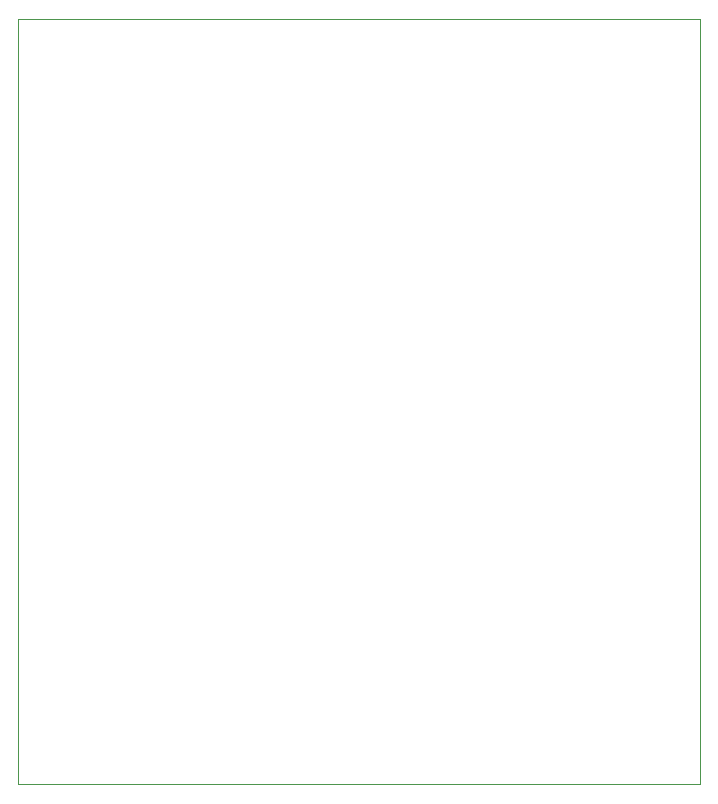
<source format=gm1>
G04 #@! TF.GenerationSoftware,KiCad,Pcbnew,9.0.0*
G04 #@! TF.CreationDate,2025-06-18T16:48:56-04:00*
G04 #@! TF.ProjectId,top_board,746f705f-626f-4617-9264-2e6b69636164,rev?*
G04 #@! TF.SameCoordinates,Original*
G04 #@! TF.FileFunction,Profile,NP*
%FSLAX46Y46*%
G04 Gerber Fmt 4.6, Leading zero omitted, Abs format (unit mm)*
G04 Created by KiCad (PCBNEW 9.0.0) date 2025-06-18 16:48:56*
%MOMM*%
%LPD*%
G01*
G04 APERTURE LIST*
G04 #@! TA.AperFunction,Profile*
%ADD10C,0.100000*%
G04 #@! TD*
G04 APERTURE END LIST*
D10*
X188595000Y-53340000D02*
X246380000Y-53340000D01*
X246380000Y-118110000D01*
X188595000Y-118110000D01*
X188595000Y-53340000D01*
M02*

</source>
